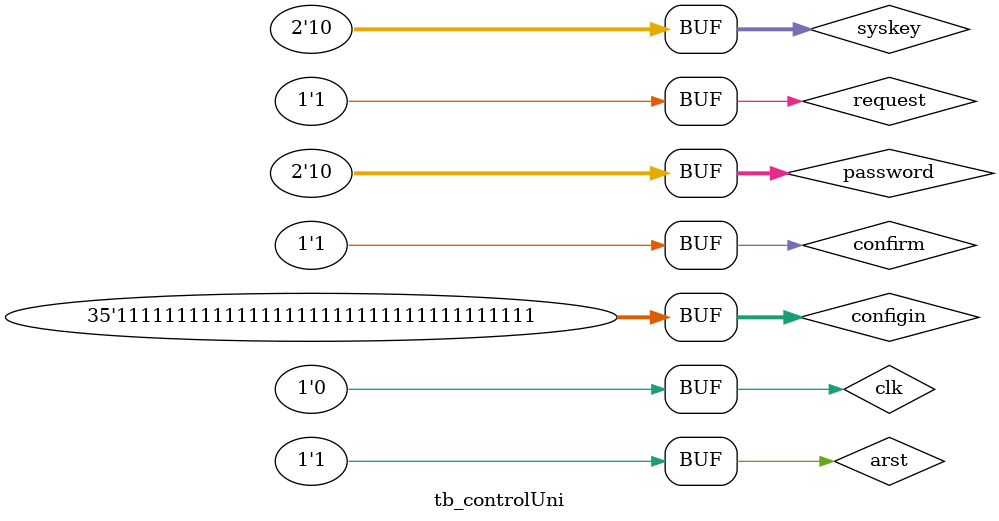
<source format=v>
`timescale 1ns / 1ps


module tb_controlUni;

	// Inputs
	reg arst;
	reg clk;
	reg request;
	reg confirm;
	reg [1:0] password;
	reg [1:0] syskey;
	reg [34:0] configin;

	// Outputs
	wire [34:0] configout;
	wire write_en;
	wire [2:0] dbg_state;

	// Instantiate the Unit Under Test (UUT)
	ControlUnit uut (
		.arst(arst), 
		.clk(clk), 
		.request(request), 
		.confirm(confirm), 
		.password(password), 
		.syskey(syskey), 
		.configin(configin), 
		.configout(configout), 
		.write_en(write_en), 
		.dbg_state(dbg_state)
	);

	initial begin
		// Initialize Inputs
		arst = 0;
		clk = 0;
		request = 0;
		confirm = 0;
		password = 0;
		syskey = 0;
		configin = 0;

		// Wait 100 ns for global reset to finish
		#100;
        
		arst=1;
		clk=1;
		request=1;
		
		#10;
        
		arst=1;
		clk=0;
		request=1;

		#10;

		arst=1;
		clk=1;
		password=2;
		syskey=2;
		confirm=1;
		
		#10;

		arst=1;
		clk=0;
		password=2;
		syskey=2;
		confirm=1;
		
		#10;

		arst=1;
		clk=1;
		configin=35'b11111111111111111111111111111111111;
		confirm=1;
		
		#10;

		arst=1;
		clk=0;
		configin=35'b11111111111111111111111111111111111;
		confirm=1;

		#10;

		arst=1;
		clk=1;
		
		
		#10;

		arst=1;
		clk=0;
		
		//back to state A
		#10;
		
		arst=1;
		clk=1;
		request=0;
		
		#10;
		
		arst=1;
		clk=0;
		request=0;
		
		#10;
		arst=1;
		clk=1;
		request=1;
		
		#10;
		arst=1;
		clk=0;
		request=1;
		
		#10;
		arst=1;
		clk=1;
		confirm=1;
		password=2'b01;
		syskey=2'b10;
		
		#10;
		arst=1;
		clk=0;
		confirm=1;
		password=2'b01;
		syskey=2'b10;
		
		#10;
		arst=1;
		clk=1;
		
		#10;
		arst=1;
		clk=0;
		
		#10;
		arst=1;
		clk=1;
		
		#10;
		arst=1;
		clk=0;
		
		//back to A : 
		
		#10;
		arst=1;
		clk=1;
		request=0;
		
		#10;
		arst=1;
		clk=0;
		request=0;
		
		#10;
		arst=1;
		clk=1;
		request=1;
		
		#10;
		arst=1;
		clk=0;
		request=1;
		
		#10;
		arst=1;
		clk=1;
		confirm=1;
		password=2'b10;
		
		#10;
		arst=1;
		clk=0;
		confirm=1;
		password=2'b10;
		
		
		#10;
		arst=1;
		clk=1;
		confirm=1;
		configin=35'b11111111111111111111111111111111111;
		
		#10;
		arst=1;
		clk=0;
		confirm=1;
		configin=35'b11111111111111111111111111111111111;
		
		#10;
		arst=1;
		clk=1;
		confirm=1;
		configin=35'b11111111111111111111111111111111111;
		
		#10;
		arst=1;
		clk=0;
		confirm=1;
		configin=35'b11111111111111111111111111111111111;
		
		
		

		

		
		
		end
		endmodule 
		
</source>
